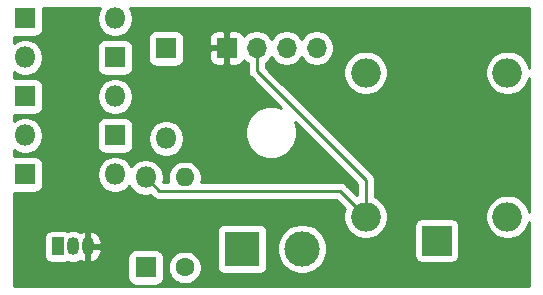
<source format=gbr>
%TF.GenerationSoftware,KiCad,Pcbnew,(5.1.6)-1*%
%TF.CreationDate,2021-01-10T14:46:50+01:00*%
%TF.ProjectId,shutOffRelay,73687574-4f66-4665-9265-6c61792e6b69,rev?*%
%TF.SameCoordinates,Original*%
%TF.FileFunction,Copper,L1,Top*%
%TF.FilePolarity,Positive*%
%FSLAX46Y46*%
G04 Gerber Fmt 4.6, Leading zero omitted, Abs format (unit mm)*
G04 Created by KiCad (PCBNEW (5.1.6)-1) date 2021-01-10 14:46:50*
%MOMM*%
%LPD*%
G01*
G04 APERTURE LIST*
%TA.AperFunction,ComponentPad*%
%ADD10R,1.800000X1.800000*%
%TD*%
%TA.AperFunction,ComponentPad*%
%ADD11O,1.800000X1.800000*%
%TD*%
%TA.AperFunction,ComponentPad*%
%ADD12R,1.700000X1.700000*%
%TD*%
%TA.AperFunction,ComponentPad*%
%ADD13O,1.700000X1.700000*%
%TD*%
%TA.AperFunction,ComponentPad*%
%ADD14R,3.000000X3.000000*%
%TD*%
%TA.AperFunction,ComponentPad*%
%ADD15C,3.000000*%
%TD*%
%TA.AperFunction,ComponentPad*%
%ADD16R,2.500000X2.500000*%
%TD*%
%TA.AperFunction,ComponentPad*%
%ADD17O,2.500000X2.500000*%
%TD*%
%TA.AperFunction,ComponentPad*%
%ADD18O,1.050000X1.500000*%
%TD*%
%TA.AperFunction,ComponentPad*%
%ADD19R,1.050000X1.500000*%
%TD*%
%TA.AperFunction,ComponentPad*%
%ADD20C,1.600000*%
%TD*%
%TA.AperFunction,ComponentPad*%
%ADD21O,1.600000X1.600000*%
%TD*%
%TA.AperFunction,Conductor*%
%ADD22C,0.250000*%
%TD*%
%TA.AperFunction,Conductor*%
%ADD23C,0.254000*%
%TD*%
G04 APERTURE END LIST*
D10*
%TO.P,D1,1*%
%TO.N,Net-(D1-Pad1)*%
X111810800Y-122682000D03*
D11*
%TO.P,D1,2*%
%TO.N,+5V*%
X111810800Y-115062000D03*
%TD*%
D10*
%TO.P,D2,1*%
%TO.N,Net-(D2-Pad1)*%
X101600000Y-101600000D03*
D11*
%TO.P,D2,2*%
%TO.N,Net-(D2-Pad2)*%
X109220000Y-101600000D03*
%TD*%
%TO.P,D3,2*%
%TO.N,Net-(D2-Pad1)*%
X101600000Y-104902000D03*
D10*
%TO.P,D3,1*%
%TO.N,Net-(D3-Pad1)*%
X109220000Y-104902000D03*
%TD*%
%TO.P,D4,1*%
%TO.N,Net-(D4-Pad1)*%
X101600000Y-108204000D03*
D11*
%TO.P,D4,2*%
%TO.N,Net-(D3-Pad1)*%
X109220000Y-108204000D03*
%TD*%
%TO.P,D5,2*%
%TO.N,Net-(D4-Pad1)*%
X101600000Y-111506000D03*
D10*
%TO.P,D5,1*%
%TO.N,Net-(D5-Pad1)*%
X109220000Y-111506000D03*
%TD*%
%TO.P,D6,1*%
%TO.N,Net-(D6-Pad1)*%
X101600000Y-114808000D03*
D11*
%TO.P,D6,2*%
%TO.N,Net-(D5-Pad1)*%
X109220000Y-114808000D03*
%TD*%
%TO.P,D7,2*%
%TO.N,Net-(D6-Pad1)*%
X113538000Y-111760000D03*
D10*
%TO.P,D7,1*%
%TO.N,Net-(D2-Pad2)*%
X113538000Y-104140000D03*
%TD*%
D12*
%TO.P,J1,1*%
%TO.N,GND*%
X118670000Y-104100000D03*
D13*
%TO.P,J1,2*%
%TO.N,+5V*%
X121210000Y-104100000D03*
%TO.P,J1,3*%
%TO.N,Net-(J1-Pad3)*%
X123750000Y-104100000D03*
%TO.P,J1,4*%
%TO.N,Net-(J1-Pad4)*%
X126290000Y-104100000D03*
%TD*%
D14*
%TO.P,J2,1*%
%TO.N,Net-(D2-Pad2)*%
X119970000Y-121100000D03*
D15*
%TO.P,J2,2*%
%TO.N,Net-(D6-Pad1)*%
X125050000Y-121100000D03*
%TD*%
D16*
%TO.P,K1,1*%
%TO.N,Net-(D6-Pad1)*%
X136450000Y-120400000D03*
D17*
%TO.P,K1,2*%
%TO.N,Net-(D1-Pad1)*%
X142450000Y-118400000D03*
%TO.P,K1,3*%
%TO.N,Net-(K1-Pad3)*%
X142450000Y-106200000D03*
%TO.P,K1,4*%
%TO.N,Net-(D2-Pad2)*%
X130450000Y-106200000D03*
%TO.P,K1,5*%
%TO.N,+5V*%
X130450000Y-118400000D03*
%TD*%
D18*
%TO.P,Q1,2*%
%TO.N,Net-(Q1-Pad2)*%
X105664000Y-120904000D03*
%TO.P,Q1,3*%
%TO.N,GND*%
X106934000Y-120904000D03*
D19*
%TO.P,Q1,1*%
%TO.N,Net-(D1-Pad1)*%
X104394000Y-120904000D03*
%TD*%
D20*
%TO.P,R1,1*%
%TO.N,Net-(Q1-Pad2)*%
X115112800Y-122682000D03*
D21*
%TO.P,R1,2*%
%TO.N,Net-(J1-Pad4)*%
X115112800Y-115062000D03*
%TD*%
D22*
%TO.N,+5V*%
X128237001Y-116187001D02*
X130450000Y-118400000D01*
X112935801Y-116187001D02*
X128237001Y-116187001D01*
X111810800Y-115062000D02*
X112935801Y-116187001D01*
X130450000Y-118400000D02*
X130450000Y-115260800D01*
X121210000Y-106020800D02*
X121210000Y-104100000D01*
X130450000Y-115260800D02*
X121210000Y-106020800D01*
%TD*%
D23*
%TO.N,GND*%
G36*
X107859701Y-100872905D02*
G01*
X107743989Y-101152257D01*
X107685000Y-101448816D01*
X107685000Y-101751184D01*
X107743989Y-102047743D01*
X107859701Y-102327095D01*
X108027688Y-102578505D01*
X108241495Y-102792312D01*
X108492905Y-102960299D01*
X108772257Y-103076011D01*
X109068816Y-103135000D01*
X109371184Y-103135000D01*
X109667743Y-103076011D01*
X109947095Y-102960299D01*
X110198505Y-102792312D01*
X110412312Y-102578505D01*
X110580299Y-102327095D01*
X110696011Y-102047743D01*
X110755000Y-101751184D01*
X110755000Y-101448816D01*
X110696011Y-101152257D01*
X110580299Y-100872905D01*
X110471449Y-100710000D01*
X144290000Y-100710000D01*
X144290000Y-105788113D01*
X144262561Y-105650166D01*
X144120466Y-105307118D01*
X143914175Y-104998382D01*
X143651618Y-104735825D01*
X143342882Y-104529534D01*
X142999834Y-104387439D01*
X142635656Y-104315000D01*
X142264344Y-104315000D01*
X141900166Y-104387439D01*
X141557118Y-104529534D01*
X141248382Y-104735825D01*
X140985825Y-104998382D01*
X140779534Y-105307118D01*
X140637439Y-105650166D01*
X140565000Y-106014344D01*
X140565000Y-106385656D01*
X140637439Y-106749834D01*
X140779534Y-107092882D01*
X140985825Y-107401618D01*
X141248382Y-107664175D01*
X141557118Y-107870466D01*
X141900166Y-108012561D01*
X142264344Y-108085000D01*
X142635656Y-108085000D01*
X142999834Y-108012561D01*
X143342882Y-107870466D01*
X143651618Y-107664175D01*
X143914175Y-107401618D01*
X144120466Y-107092882D01*
X144262561Y-106749834D01*
X144290000Y-106611887D01*
X144290001Y-117988116D01*
X144262561Y-117850166D01*
X144120466Y-117507118D01*
X143914175Y-117198382D01*
X143651618Y-116935825D01*
X143342882Y-116729534D01*
X142999834Y-116587439D01*
X142635656Y-116515000D01*
X142264344Y-116515000D01*
X141900166Y-116587439D01*
X141557118Y-116729534D01*
X141248382Y-116935825D01*
X140985825Y-117198382D01*
X140779534Y-117507118D01*
X140637439Y-117850166D01*
X140565000Y-118214344D01*
X140565000Y-118585656D01*
X140637439Y-118949834D01*
X140779534Y-119292882D01*
X140985825Y-119601618D01*
X141248382Y-119864175D01*
X141557118Y-120070466D01*
X141900166Y-120212561D01*
X142264344Y-120285000D01*
X142635656Y-120285000D01*
X142999834Y-120212561D01*
X143342882Y-120070466D01*
X143651618Y-119864175D01*
X143914175Y-119601618D01*
X144120466Y-119292882D01*
X144262561Y-118949834D01*
X144290001Y-118811884D01*
X144290001Y-124290000D01*
X100710000Y-124290000D01*
X100710000Y-120154000D01*
X103230928Y-120154000D01*
X103230928Y-121654000D01*
X103243188Y-121778482D01*
X103279498Y-121898180D01*
X103338463Y-122008494D01*
X103417815Y-122105185D01*
X103514506Y-122184537D01*
X103624820Y-122243502D01*
X103744518Y-122279812D01*
X103869000Y-122292072D01*
X104919000Y-122292072D01*
X105043482Y-122279812D01*
X105163180Y-122243502D01*
X105227902Y-122208907D01*
X105436601Y-122272215D01*
X105664000Y-122294612D01*
X105891400Y-122272215D01*
X106110060Y-122205885D01*
X106298669Y-122105071D01*
X106357118Y-122146275D01*
X106566663Y-122239272D01*
X106628190Y-122247964D01*
X106807000Y-122122163D01*
X106807000Y-121357108D01*
X106807215Y-121356399D01*
X106824000Y-121185978D01*
X106824000Y-121031000D01*
X107061000Y-121031000D01*
X107061000Y-122122163D01*
X107239810Y-122247964D01*
X107301337Y-122239272D01*
X107510882Y-122146275D01*
X107698258Y-122014184D01*
X107856264Y-121848076D01*
X107898064Y-121782000D01*
X110272728Y-121782000D01*
X110272728Y-123582000D01*
X110284988Y-123706482D01*
X110321298Y-123826180D01*
X110380263Y-123936494D01*
X110459615Y-124033185D01*
X110556306Y-124112537D01*
X110666620Y-124171502D01*
X110786318Y-124207812D01*
X110910800Y-124220072D01*
X112710800Y-124220072D01*
X112835282Y-124207812D01*
X112954980Y-124171502D01*
X113065294Y-124112537D01*
X113161985Y-124033185D01*
X113241337Y-123936494D01*
X113300302Y-123826180D01*
X113336612Y-123706482D01*
X113348872Y-123582000D01*
X113348872Y-122540665D01*
X113677800Y-122540665D01*
X113677800Y-122823335D01*
X113732947Y-123100574D01*
X113841120Y-123361727D01*
X113998163Y-123596759D01*
X114198041Y-123796637D01*
X114433073Y-123953680D01*
X114694226Y-124061853D01*
X114971465Y-124117000D01*
X115254135Y-124117000D01*
X115531374Y-124061853D01*
X115792527Y-123953680D01*
X116027559Y-123796637D01*
X116227437Y-123596759D01*
X116384480Y-123361727D01*
X116492653Y-123100574D01*
X116547800Y-122823335D01*
X116547800Y-122540665D01*
X116492653Y-122263426D01*
X116384480Y-122002273D01*
X116227437Y-121767241D01*
X116027559Y-121567363D01*
X115792527Y-121410320D01*
X115531374Y-121302147D01*
X115254135Y-121247000D01*
X114971465Y-121247000D01*
X114694226Y-121302147D01*
X114433073Y-121410320D01*
X114198041Y-121567363D01*
X113998163Y-121767241D01*
X113841120Y-122002273D01*
X113732947Y-122263426D01*
X113677800Y-122540665D01*
X113348872Y-122540665D01*
X113348872Y-121782000D01*
X113336612Y-121657518D01*
X113300302Y-121537820D01*
X113241337Y-121427506D01*
X113161985Y-121330815D01*
X113065294Y-121251463D01*
X112954980Y-121192498D01*
X112835282Y-121156188D01*
X112710800Y-121143928D01*
X110910800Y-121143928D01*
X110786318Y-121156188D01*
X110666620Y-121192498D01*
X110556306Y-121251463D01*
X110459615Y-121330815D01*
X110380263Y-121427506D01*
X110321298Y-121537820D01*
X110284988Y-121657518D01*
X110272728Y-121782000D01*
X107898064Y-121782000D01*
X107978828Y-121654334D01*
X108061239Y-121440404D01*
X108100331Y-121214507D01*
X107940598Y-121031000D01*
X107061000Y-121031000D01*
X106824000Y-121031000D01*
X106824000Y-120622021D01*
X106807215Y-120451600D01*
X106807000Y-120450891D01*
X106807000Y-119685837D01*
X107061000Y-119685837D01*
X107061000Y-120777000D01*
X107940598Y-120777000D01*
X108100331Y-120593493D01*
X108061239Y-120367596D01*
X107978828Y-120153666D01*
X107856264Y-119959924D01*
X107698258Y-119793816D01*
X107510882Y-119661725D01*
X107371801Y-119600000D01*
X117831928Y-119600000D01*
X117831928Y-122600000D01*
X117844188Y-122724482D01*
X117880498Y-122844180D01*
X117939463Y-122954494D01*
X118018815Y-123051185D01*
X118115506Y-123130537D01*
X118225820Y-123189502D01*
X118345518Y-123225812D01*
X118470000Y-123238072D01*
X121470000Y-123238072D01*
X121594482Y-123225812D01*
X121714180Y-123189502D01*
X121824494Y-123130537D01*
X121921185Y-123051185D01*
X122000537Y-122954494D01*
X122059502Y-122844180D01*
X122095812Y-122724482D01*
X122108072Y-122600000D01*
X122108072Y-120889721D01*
X122915000Y-120889721D01*
X122915000Y-121310279D01*
X122997047Y-121722756D01*
X123157988Y-122111302D01*
X123391637Y-122460983D01*
X123689017Y-122758363D01*
X124038698Y-122992012D01*
X124427244Y-123152953D01*
X124839721Y-123235000D01*
X125260279Y-123235000D01*
X125672756Y-123152953D01*
X126061302Y-122992012D01*
X126410983Y-122758363D01*
X126708363Y-122460983D01*
X126942012Y-122111302D01*
X127102953Y-121722756D01*
X127185000Y-121310279D01*
X127185000Y-120889721D01*
X127102953Y-120477244D01*
X126942012Y-120088698D01*
X126708363Y-119739017D01*
X126410983Y-119441637D01*
X126061302Y-119207988D01*
X125672756Y-119047047D01*
X125260279Y-118965000D01*
X124839721Y-118965000D01*
X124427244Y-119047047D01*
X124038698Y-119207988D01*
X123689017Y-119441637D01*
X123391637Y-119739017D01*
X123157988Y-120088698D01*
X122997047Y-120477244D01*
X122915000Y-120889721D01*
X122108072Y-120889721D01*
X122108072Y-119600000D01*
X122095812Y-119475518D01*
X122059502Y-119355820D01*
X122000537Y-119245506D01*
X121921185Y-119148815D01*
X121824494Y-119069463D01*
X121714180Y-119010498D01*
X121594482Y-118974188D01*
X121470000Y-118961928D01*
X118470000Y-118961928D01*
X118345518Y-118974188D01*
X118225820Y-119010498D01*
X118115506Y-119069463D01*
X118018815Y-119148815D01*
X117939463Y-119245506D01*
X117880498Y-119355820D01*
X117844188Y-119475518D01*
X117831928Y-119600000D01*
X107371801Y-119600000D01*
X107301337Y-119568728D01*
X107239810Y-119560036D01*
X107061000Y-119685837D01*
X106807000Y-119685837D01*
X106628190Y-119560036D01*
X106566663Y-119568728D01*
X106357118Y-119661725D01*
X106298669Y-119702929D01*
X106110059Y-119602115D01*
X105891399Y-119535785D01*
X105664000Y-119513388D01*
X105436600Y-119535785D01*
X105227902Y-119599093D01*
X105163180Y-119564498D01*
X105043482Y-119528188D01*
X104919000Y-119515928D01*
X103869000Y-119515928D01*
X103744518Y-119528188D01*
X103624820Y-119564498D01*
X103514506Y-119623463D01*
X103417815Y-119702815D01*
X103338463Y-119799506D01*
X103279498Y-119909820D01*
X103243188Y-120029518D01*
X103230928Y-120154000D01*
X100710000Y-120154000D01*
X100710000Y-116346072D01*
X102500000Y-116346072D01*
X102624482Y-116333812D01*
X102744180Y-116297502D01*
X102854494Y-116238537D01*
X102951185Y-116159185D01*
X103030537Y-116062494D01*
X103089502Y-115952180D01*
X103125812Y-115832482D01*
X103138072Y-115708000D01*
X103138072Y-114656816D01*
X107685000Y-114656816D01*
X107685000Y-114959184D01*
X107743989Y-115255743D01*
X107859701Y-115535095D01*
X108027688Y-115786505D01*
X108241495Y-116000312D01*
X108492905Y-116168299D01*
X108772257Y-116284011D01*
X109068816Y-116343000D01*
X109371184Y-116343000D01*
X109667743Y-116284011D01*
X109947095Y-116168299D01*
X110198505Y-116000312D01*
X110412312Y-115786505D01*
X110435224Y-115752214D01*
X110450501Y-115789095D01*
X110618488Y-116040505D01*
X110832295Y-116254312D01*
X111083705Y-116422299D01*
X111363057Y-116538011D01*
X111659616Y-116597000D01*
X111961984Y-116597000D01*
X112219730Y-116545731D01*
X112372001Y-116698003D01*
X112395800Y-116727002D01*
X112511525Y-116821975D01*
X112643554Y-116892547D01*
X112786815Y-116936004D01*
X112898468Y-116947001D01*
X112898476Y-116947001D01*
X112935801Y-116950677D01*
X112973126Y-116947001D01*
X127922200Y-116947001D01*
X128692481Y-117717283D01*
X128637439Y-117850166D01*
X128565000Y-118214344D01*
X128565000Y-118585656D01*
X128637439Y-118949834D01*
X128779534Y-119292882D01*
X128985825Y-119601618D01*
X129248382Y-119864175D01*
X129557118Y-120070466D01*
X129900166Y-120212561D01*
X130264344Y-120285000D01*
X130635656Y-120285000D01*
X130999834Y-120212561D01*
X131342882Y-120070466D01*
X131651618Y-119864175D01*
X131914175Y-119601618D01*
X132120466Y-119292882D01*
X132179649Y-119150000D01*
X134561928Y-119150000D01*
X134561928Y-121650000D01*
X134574188Y-121774482D01*
X134610498Y-121894180D01*
X134669463Y-122004494D01*
X134748815Y-122101185D01*
X134845506Y-122180537D01*
X134955820Y-122239502D01*
X135075518Y-122275812D01*
X135200000Y-122288072D01*
X137700000Y-122288072D01*
X137824482Y-122275812D01*
X137944180Y-122239502D01*
X138054494Y-122180537D01*
X138151185Y-122101185D01*
X138230537Y-122004494D01*
X138289502Y-121894180D01*
X138325812Y-121774482D01*
X138338072Y-121650000D01*
X138338072Y-119150000D01*
X138325812Y-119025518D01*
X138289502Y-118905820D01*
X138230537Y-118795506D01*
X138151185Y-118698815D01*
X138054494Y-118619463D01*
X137944180Y-118560498D01*
X137824482Y-118524188D01*
X137700000Y-118511928D01*
X135200000Y-118511928D01*
X135075518Y-118524188D01*
X134955820Y-118560498D01*
X134845506Y-118619463D01*
X134748815Y-118698815D01*
X134669463Y-118795506D01*
X134610498Y-118905820D01*
X134574188Y-119025518D01*
X134561928Y-119150000D01*
X132179649Y-119150000D01*
X132262561Y-118949834D01*
X132335000Y-118585656D01*
X132335000Y-118214344D01*
X132262561Y-117850166D01*
X132120466Y-117507118D01*
X131914175Y-117198382D01*
X131651618Y-116935825D01*
X131342882Y-116729534D01*
X131210000Y-116674493D01*
X131210000Y-115298122D01*
X131213676Y-115260799D01*
X131210000Y-115223476D01*
X131210000Y-115223467D01*
X131199003Y-115111814D01*
X131155546Y-114968553D01*
X131084974Y-114836524D01*
X130990001Y-114720799D01*
X130961003Y-114697001D01*
X122278346Y-106014344D01*
X128565000Y-106014344D01*
X128565000Y-106385656D01*
X128637439Y-106749834D01*
X128779534Y-107092882D01*
X128985825Y-107401618D01*
X129248382Y-107664175D01*
X129557118Y-107870466D01*
X129900166Y-108012561D01*
X130264344Y-108085000D01*
X130635656Y-108085000D01*
X130999834Y-108012561D01*
X131342882Y-107870466D01*
X131651618Y-107664175D01*
X131914175Y-107401618D01*
X132120466Y-107092882D01*
X132262561Y-106749834D01*
X132335000Y-106385656D01*
X132335000Y-106014344D01*
X132262561Y-105650166D01*
X132120466Y-105307118D01*
X131914175Y-104998382D01*
X131651618Y-104735825D01*
X131342882Y-104529534D01*
X130999834Y-104387439D01*
X130635656Y-104315000D01*
X130264344Y-104315000D01*
X129900166Y-104387439D01*
X129557118Y-104529534D01*
X129248382Y-104735825D01*
X128985825Y-104998382D01*
X128779534Y-105307118D01*
X128637439Y-105650166D01*
X128565000Y-106014344D01*
X122278346Y-106014344D01*
X121970000Y-105705999D01*
X121970000Y-105378178D01*
X122156632Y-105253475D01*
X122363475Y-105046632D01*
X122480000Y-104872240D01*
X122596525Y-105046632D01*
X122803368Y-105253475D01*
X123046589Y-105415990D01*
X123316842Y-105527932D01*
X123603740Y-105585000D01*
X123896260Y-105585000D01*
X124183158Y-105527932D01*
X124453411Y-105415990D01*
X124696632Y-105253475D01*
X124903475Y-105046632D01*
X125020000Y-104872240D01*
X125136525Y-105046632D01*
X125343368Y-105253475D01*
X125586589Y-105415990D01*
X125856842Y-105527932D01*
X126143740Y-105585000D01*
X126436260Y-105585000D01*
X126723158Y-105527932D01*
X126993411Y-105415990D01*
X127236632Y-105253475D01*
X127443475Y-105046632D01*
X127605990Y-104803411D01*
X127717932Y-104533158D01*
X127775000Y-104246260D01*
X127775000Y-103953740D01*
X127717932Y-103666842D01*
X127605990Y-103396589D01*
X127443475Y-103153368D01*
X127236632Y-102946525D01*
X126993411Y-102784010D01*
X126723158Y-102672068D01*
X126436260Y-102615000D01*
X126143740Y-102615000D01*
X125856842Y-102672068D01*
X125586589Y-102784010D01*
X125343368Y-102946525D01*
X125136525Y-103153368D01*
X125020000Y-103327760D01*
X124903475Y-103153368D01*
X124696632Y-102946525D01*
X124453411Y-102784010D01*
X124183158Y-102672068D01*
X123896260Y-102615000D01*
X123603740Y-102615000D01*
X123316842Y-102672068D01*
X123046589Y-102784010D01*
X122803368Y-102946525D01*
X122596525Y-103153368D01*
X122480000Y-103327760D01*
X122363475Y-103153368D01*
X122156632Y-102946525D01*
X121913411Y-102784010D01*
X121643158Y-102672068D01*
X121356260Y-102615000D01*
X121063740Y-102615000D01*
X120776842Y-102672068D01*
X120506589Y-102784010D01*
X120263368Y-102946525D01*
X120131513Y-103078380D01*
X120109502Y-103005820D01*
X120050537Y-102895506D01*
X119971185Y-102798815D01*
X119874494Y-102719463D01*
X119764180Y-102660498D01*
X119644482Y-102624188D01*
X119520000Y-102611928D01*
X118955750Y-102615000D01*
X118797000Y-102773750D01*
X118797000Y-103973000D01*
X118817000Y-103973000D01*
X118817000Y-104227000D01*
X118797000Y-104227000D01*
X118797000Y-105426250D01*
X118955750Y-105585000D01*
X119520000Y-105588072D01*
X119644482Y-105575812D01*
X119764180Y-105539502D01*
X119874494Y-105480537D01*
X119971185Y-105401185D01*
X120050537Y-105304494D01*
X120109502Y-105194180D01*
X120131513Y-105121620D01*
X120263368Y-105253475D01*
X120450000Y-105378179D01*
X120450000Y-105983477D01*
X120446324Y-106020800D01*
X120450000Y-106058122D01*
X120450000Y-106058132D01*
X120460997Y-106169785D01*
X120504454Y-106313046D01*
X120575026Y-106445076D01*
X120614871Y-106493626D01*
X120669999Y-106560801D01*
X120699003Y-106584604D01*
X123314420Y-109200021D01*
X123079925Y-109102890D01*
X122648128Y-109017000D01*
X122207872Y-109017000D01*
X121776075Y-109102890D01*
X121369331Y-109271369D01*
X121003271Y-109515962D01*
X120691962Y-109827271D01*
X120447369Y-110193331D01*
X120278890Y-110600075D01*
X120193000Y-111031872D01*
X120193000Y-111472128D01*
X120278890Y-111903925D01*
X120447369Y-112310669D01*
X120691962Y-112676729D01*
X121003271Y-112988038D01*
X121369331Y-113232631D01*
X121776075Y-113401110D01*
X122207872Y-113487000D01*
X122648128Y-113487000D01*
X123079925Y-113401110D01*
X123486669Y-113232631D01*
X123852729Y-112988038D01*
X124164038Y-112676729D01*
X124408631Y-112310669D01*
X124577110Y-111903925D01*
X124663000Y-111472128D01*
X124663000Y-111031872D01*
X124577110Y-110600075D01*
X124479979Y-110365581D01*
X129690001Y-115575603D01*
X129690001Y-116565199D01*
X128800805Y-115676004D01*
X128777002Y-115647000D01*
X128661277Y-115552027D01*
X128529248Y-115481455D01*
X128385987Y-115437998D01*
X128274334Y-115427001D01*
X128274323Y-115427001D01*
X128237001Y-115423325D01*
X128199679Y-115427001D01*
X116503309Y-115427001D01*
X116547800Y-115203335D01*
X116547800Y-114920665D01*
X116492653Y-114643426D01*
X116384480Y-114382273D01*
X116227437Y-114147241D01*
X116027559Y-113947363D01*
X115792527Y-113790320D01*
X115531374Y-113682147D01*
X115254135Y-113627000D01*
X114971465Y-113627000D01*
X114694226Y-113682147D01*
X114433073Y-113790320D01*
X114198041Y-113947363D01*
X113998163Y-114147241D01*
X113841120Y-114382273D01*
X113732947Y-114643426D01*
X113677800Y-114920665D01*
X113677800Y-115203335D01*
X113722291Y-115427001D01*
X113303269Y-115427001D01*
X113345800Y-115213184D01*
X113345800Y-114910816D01*
X113286811Y-114614257D01*
X113171099Y-114334905D01*
X113003112Y-114083495D01*
X112789305Y-113869688D01*
X112537895Y-113701701D01*
X112258543Y-113585989D01*
X111961984Y-113527000D01*
X111659616Y-113527000D01*
X111363057Y-113585989D01*
X111083705Y-113701701D01*
X110832295Y-113869688D01*
X110618488Y-114083495D01*
X110595576Y-114117786D01*
X110580299Y-114080905D01*
X110412312Y-113829495D01*
X110198505Y-113615688D01*
X109947095Y-113447701D01*
X109667743Y-113331989D01*
X109371184Y-113273000D01*
X109068816Y-113273000D01*
X108772257Y-113331989D01*
X108492905Y-113447701D01*
X108241495Y-113615688D01*
X108027688Y-113829495D01*
X107859701Y-114080905D01*
X107743989Y-114360257D01*
X107685000Y-114656816D01*
X103138072Y-114656816D01*
X103138072Y-113908000D01*
X103125812Y-113783518D01*
X103089502Y-113663820D01*
X103030537Y-113553506D01*
X102951185Y-113456815D01*
X102854494Y-113377463D01*
X102744180Y-113318498D01*
X102624482Y-113282188D01*
X102500000Y-113269928D01*
X100710000Y-113269928D01*
X100710000Y-112757449D01*
X100872905Y-112866299D01*
X101152257Y-112982011D01*
X101448816Y-113041000D01*
X101751184Y-113041000D01*
X102047743Y-112982011D01*
X102327095Y-112866299D01*
X102578505Y-112698312D01*
X102792312Y-112484505D01*
X102960299Y-112233095D01*
X103076011Y-111953743D01*
X103135000Y-111657184D01*
X103135000Y-111354816D01*
X103076011Y-111058257D01*
X102960299Y-110778905D01*
X102844768Y-110606000D01*
X107681928Y-110606000D01*
X107681928Y-112406000D01*
X107694188Y-112530482D01*
X107730498Y-112650180D01*
X107789463Y-112760494D01*
X107868815Y-112857185D01*
X107965506Y-112936537D01*
X108075820Y-112995502D01*
X108195518Y-113031812D01*
X108320000Y-113044072D01*
X110120000Y-113044072D01*
X110244482Y-113031812D01*
X110364180Y-112995502D01*
X110474494Y-112936537D01*
X110571185Y-112857185D01*
X110650537Y-112760494D01*
X110709502Y-112650180D01*
X110745812Y-112530482D01*
X110758072Y-112406000D01*
X110758072Y-111608816D01*
X112003000Y-111608816D01*
X112003000Y-111911184D01*
X112061989Y-112207743D01*
X112177701Y-112487095D01*
X112345688Y-112738505D01*
X112559495Y-112952312D01*
X112810905Y-113120299D01*
X113090257Y-113236011D01*
X113386816Y-113295000D01*
X113689184Y-113295000D01*
X113985743Y-113236011D01*
X114265095Y-113120299D01*
X114516505Y-112952312D01*
X114730312Y-112738505D01*
X114898299Y-112487095D01*
X115014011Y-112207743D01*
X115073000Y-111911184D01*
X115073000Y-111608816D01*
X115014011Y-111312257D01*
X114898299Y-111032905D01*
X114730312Y-110781495D01*
X114516505Y-110567688D01*
X114265095Y-110399701D01*
X113985743Y-110283989D01*
X113689184Y-110225000D01*
X113386816Y-110225000D01*
X113090257Y-110283989D01*
X112810905Y-110399701D01*
X112559495Y-110567688D01*
X112345688Y-110781495D01*
X112177701Y-111032905D01*
X112061989Y-111312257D01*
X112003000Y-111608816D01*
X110758072Y-111608816D01*
X110758072Y-110606000D01*
X110745812Y-110481518D01*
X110709502Y-110361820D01*
X110650537Y-110251506D01*
X110571185Y-110154815D01*
X110474494Y-110075463D01*
X110364180Y-110016498D01*
X110244482Y-109980188D01*
X110120000Y-109967928D01*
X108320000Y-109967928D01*
X108195518Y-109980188D01*
X108075820Y-110016498D01*
X107965506Y-110075463D01*
X107868815Y-110154815D01*
X107789463Y-110251506D01*
X107730498Y-110361820D01*
X107694188Y-110481518D01*
X107681928Y-110606000D01*
X102844768Y-110606000D01*
X102792312Y-110527495D01*
X102578505Y-110313688D01*
X102327095Y-110145701D01*
X102047743Y-110029989D01*
X101751184Y-109971000D01*
X101448816Y-109971000D01*
X101152257Y-110029989D01*
X100872905Y-110145701D01*
X100710000Y-110254551D01*
X100710000Y-109742072D01*
X102500000Y-109742072D01*
X102624482Y-109729812D01*
X102744180Y-109693502D01*
X102854494Y-109634537D01*
X102951185Y-109555185D01*
X103030537Y-109458494D01*
X103089502Y-109348180D01*
X103125812Y-109228482D01*
X103138072Y-109104000D01*
X103138072Y-108052816D01*
X107685000Y-108052816D01*
X107685000Y-108355184D01*
X107743989Y-108651743D01*
X107859701Y-108931095D01*
X108027688Y-109182505D01*
X108241495Y-109396312D01*
X108492905Y-109564299D01*
X108772257Y-109680011D01*
X109068816Y-109739000D01*
X109371184Y-109739000D01*
X109667743Y-109680011D01*
X109947095Y-109564299D01*
X110198505Y-109396312D01*
X110412312Y-109182505D01*
X110580299Y-108931095D01*
X110696011Y-108651743D01*
X110755000Y-108355184D01*
X110755000Y-108052816D01*
X110696011Y-107756257D01*
X110580299Y-107476905D01*
X110412312Y-107225495D01*
X110198505Y-107011688D01*
X109947095Y-106843701D01*
X109667743Y-106727989D01*
X109371184Y-106669000D01*
X109068816Y-106669000D01*
X108772257Y-106727989D01*
X108492905Y-106843701D01*
X108241495Y-107011688D01*
X108027688Y-107225495D01*
X107859701Y-107476905D01*
X107743989Y-107756257D01*
X107685000Y-108052816D01*
X103138072Y-108052816D01*
X103138072Y-107304000D01*
X103125812Y-107179518D01*
X103089502Y-107059820D01*
X103030537Y-106949506D01*
X102951185Y-106852815D01*
X102854494Y-106773463D01*
X102744180Y-106714498D01*
X102624482Y-106678188D01*
X102500000Y-106665928D01*
X100710000Y-106665928D01*
X100710000Y-106153449D01*
X100872905Y-106262299D01*
X101152257Y-106378011D01*
X101448816Y-106437000D01*
X101751184Y-106437000D01*
X102047743Y-106378011D01*
X102327095Y-106262299D01*
X102578505Y-106094312D01*
X102792312Y-105880505D01*
X102960299Y-105629095D01*
X103076011Y-105349743D01*
X103135000Y-105053184D01*
X103135000Y-104750816D01*
X103076011Y-104454257D01*
X102960299Y-104174905D01*
X102844768Y-104002000D01*
X107681928Y-104002000D01*
X107681928Y-105802000D01*
X107694188Y-105926482D01*
X107730498Y-106046180D01*
X107789463Y-106156494D01*
X107868815Y-106253185D01*
X107965506Y-106332537D01*
X108075820Y-106391502D01*
X108195518Y-106427812D01*
X108320000Y-106440072D01*
X110120000Y-106440072D01*
X110244482Y-106427812D01*
X110364180Y-106391502D01*
X110474494Y-106332537D01*
X110571185Y-106253185D01*
X110650537Y-106156494D01*
X110709502Y-106046180D01*
X110745812Y-105926482D01*
X110758072Y-105802000D01*
X110758072Y-104002000D01*
X110745812Y-103877518D01*
X110709502Y-103757820D01*
X110650537Y-103647506D01*
X110571185Y-103550815D01*
X110474494Y-103471463D01*
X110364180Y-103412498D01*
X110244482Y-103376188D01*
X110120000Y-103363928D01*
X108320000Y-103363928D01*
X108195518Y-103376188D01*
X108075820Y-103412498D01*
X107965506Y-103471463D01*
X107868815Y-103550815D01*
X107789463Y-103647506D01*
X107730498Y-103757820D01*
X107694188Y-103877518D01*
X107681928Y-104002000D01*
X102844768Y-104002000D01*
X102792312Y-103923495D01*
X102578505Y-103709688D01*
X102327095Y-103541701D01*
X102047743Y-103425989D01*
X101751184Y-103367000D01*
X101448816Y-103367000D01*
X101152257Y-103425989D01*
X100872905Y-103541701D01*
X100710000Y-103650551D01*
X100710000Y-103240000D01*
X111999928Y-103240000D01*
X111999928Y-105040000D01*
X112012188Y-105164482D01*
X112048498Y-105284180D01*
X112107463Y-105394494D01*
X112186815Y-105491185D01*
X112283506Y-105570537D01*
X112393820Y-105629502D01*
X112513518Y-105665812D01*
X112638000Y-105678072D01*
X114438000Y-105678072D01*
X114562482Y-105665812D01*
X114682180Y-105629502D01*
X114792494Y-105570537D01*
X114889185Y-105491185D01*
X114968537Y-105394494D01*
X115027502Y-105284180D01*
X115063812Y-105164482D01*
X115076072Y-105040000D01*
X115076072Y-104950000D01*
X117181928Y-104950000D01*
X117194188Y-105074482D01*
X117230498Y-105194180D01*
X117289463Y-105304494D01*
X117368815Y-105401185D01*
X117465506Y-105480537D01*
X117575820Y-105539502D01*
X117695518Y-105575812D01*
X117820000Y-105588072D01*
X118384250Y-105585000D01*
X118543000Y-105426250D01*
X118543000Y-104227000D01*
X117343750Y-104227000D01*
X117185000Y-104385750D01*
X117181928Y-104950000D01*
X115076072Y-104950000D01*
X115076072Y-103250000D01*
X117181928Y-103250000D01*
X117185000Y-103814250D01*
X117343750Y-103973000D01*
X118543000Y-103973000D01*
X118543000Y-102773750D01*
X118384250Y-102615000D01*
X117820000Y-102611928D01*
X117695518Y-102624188D01*
X117575820Y-102660498D01*
X117465506Y-102719463D01*
X117368815Y-102798815D01*
X117289463Y-102895506D01*
X117230498Y-103005820D01*
X117194188Y-103125518D01*
X117181928Y-103250000D01*
X115076072Y-103250000D01*
X115076072Y-103240000D01*
X115063812Y-103115518D01*
X115027502Y-102995820D01*
X114968537Y-102885506D01*
X114889185Y-102788815D01*
X114792494Y-102709463D01*
X114682180Y-102650498D01*
X114562482Y-102614188D01*
X114438000Y-102601928D01*
X112638000Y-102601928D01*
X112513518Y-102614188D01*
X112393820Y-102650498D01*
X112283506Y-102709463D01*
X112186815Y-102788815D01*
X112107463Y-102885506D01*
X112048498Y-102995820D01*
X112012188Y-103115518D01*
X111999928Y-103240000D01*
X100710000Y-103240000D01*
X100710000Y-103138072D01*
X102500000Y-103138072D01*
X102624482Y-103125812D01*
X102744180Y-103089502D01*
X102854494Y-103030537D01*
X102951185Y-102951185D01*
X103030537Y-102854494D01*
X103089502Y-102744180D01*
X103125812Y-102624482D01*
X103138072Y-102500000D01*
X103138072Y-100710000D01*
X107968551Y-100710000D01*
X107859701Y-100872905D01*
G37*
X107859701Y-100872905D02*
X107743989Y-101152257D01*
X107685000Y-101448816D01*
X107685000Y-101751184D01*
X107743989Y-102047743D01*
X107859701Y-102327095D01*
X108027688Y-102578505D01*
X108241495Y-102792312D01*
X108492905Y-102960299D01*
X108772257Y-103076011D01*
X109068816Y-103135000D01*
X109371184Y-103135000D01*
X109667743Y-103076011D01*
X109947095Y-102960299D01*
X110198505Y-102792312D01*
X110412312Y-102578505D01*
X110580299Y-102327095D01*
X110696011Y-102047743D01*
X110755000Y-101751184D01*
X110755000Y-101448816D01*
X110696011Y-101152257D01*
X110580299Y-100872905D01*
X110471449Y-100710000D01*
X144290000Y-100710000D01*
X144290000Y-105788113D01*
X144262561Y-105650166D01*
X144120466Y-105307118D01*
X143914175Y-104998382D01*
X143651618Y-104735825D01*
X143342882Y-104529534D01*
X142999834Y-104387439D01*
X142635656Y-104315000D01*
X142264344Y-104315000D01*
X141900166Y-104387439D01*
X141557118Y-104529534D01*
X141248382Y-104735825D01*
X140985825Y-104998382D01*
X140779534Y-105307118D01*
X140637439Y-105650166D01*
X140565000Y-106014344D01*
X140565000Y-106385656D01*
X140637439Y-106749834D01*
X140779534Y-107092882D01*
X140985825Y-107401618D01*
X141248382Y-107664175D01*
X141557118Y-107870466D01*
X141900166Y-108012561D01*
X142264344Y-108085000D01*
X142635656Y-108085000D01*
X142999834Y-108012561D01*
X143342882Y-107870466D01*
X143651618Y-107664175D01*
X143914175Y-107401618D01*
X144120466Y-107092882D01*
X144262561Y-106749834D01*
X144290000Y-106611887D01*
X144290001Y-117988116D01*
X144262561Y-117850166D01*
X144120466Y-117507118D01*
X143914175Y-117198382D01*
X143651618Y-116935825D01*
X143342882Y-116729534D01*
X142999834Y-116587439D01*
X142635656Y-116515000D01*
X142264344Y-116515000D01*
X141900166Y-116587439D01*
X141557118Y-116729534D01*
X141248382Y-116935825D01*
X140985825Y-117198382D01*
X140779534Y-117507118D01*
X140637439Y-117850166D01*
X140565000Y-118214344D01*
X140565000Y-118585656D01*
X140637439Y-118949834D01*
X140779534Y-119292882D01*
X140985825Y-119601618D01*
X141248382Y-119864175D01*
X141557118Y-120070466D01*
X141900166Y-120212561D01*
X142264344Y-120285000D01*
X142635656Y-120285000D01*
X142999834Y-120212561D01*
X143342882Y-120070466D01*
X143651618Y-119864175D01*
X143914175Y-119601618D01*
X144120466Y-119292882D01*
X144262561Y-118949834D01*
X144290001Y-118811884D01*
X144290001Y-124290000D01*
X100710000Y-124290000D01*
X100710000Y-120154000D01*
X103230928Y-120154000D01*
X103230928Y-121654000D01*
X103243188Y-121778482D01*
X103279498Y-121898180D01*
X103338463Y-122008494D01*
X103417815Y-122105185D01*
X103514506Y-122184537D01*
X103624820Y-122243502D01*
X103744518Y-122279812D01*
X103869000Y-122292072D01*
X104919000Y-122292072D01*
X105043482Y-122279812D01*
X105163180Y-122243502D01*
X105227902Y-122208907D01*
X105436601Y-122272215D01*
X105664000Y-122294612D01*
X105891400Y-122272215D01*
X106110060Y-122205885D01*
X106298669Y-122105071D01*
X106357118Y-122146275D01*
X106566663Y-122239272D01*
X106628190Y-122247964D01*
X106807000Y-122122163D01*
X106807000Y-121357108D01*
X106807215Y-121356399D01*
X106824000Y-121185978D01*
X106824000Y-121031000D01*
X107061000Y-121031000D01*
X107061000Y-122122163D01*
X107239810Y-122247964D01*
X107301337Y-122239272D01*
X107510882Y-122146275D01*
X107698258Y-122014184D01*
X107856264Y-121848076D01*
X107898064Y-121782000D01*
X110272728Y-121782000D01*
X110272728Y-123582000D01*
X110284988Y-123706482D01*
X110321298Y-123826180D01*
X110380263Y-123936494D01*
X110459615Y-124033185D01*
X110556306Y-124112537D01*
X110666620Y-124171502D01*
X110786318Y-124207812D01*
X110910800Y-124220072D01*
X112710800Y-124220072D01*
X112835282Y-124207812D01*
X112954980Y-124171502D01*
X113065294Y-124112537D01*
X113161985Y-124033185D01*
X113241337Y-123936494D01*
X113300302Y-123826180D01*
X113336612Y-123706482D01*
X113348872Y-123582000D01*
X113348872Y-122540665D01*
X113677800Y-122540665D01*
X113677800Y-122823335D01*
X113732947Y-123100574D01*
X113841120Y-123361727D01*
X113998163Y-123596759D01*
X114198041Y-123796637D01*
X114433073Y-123953680D01*
X114694226Y-124061853D01*
X114971465Y-124117000D01*
X115254135Y-124117000D01*
X115531374Y-124061853D01*
X115792527Y-123953680D01*
X116027559Y-123796637D01*
X116227437Y-123596759D01*
X116384480Y-123361727D01*
X116492653Y-123100574D01*
X116547800Y-122823335D01*
X116547800Y-122540665D01*
X116492653Y-122263426D01*
X116384480Y-122002273D01*
X116227437Y-121767241D01*
X116027559Y-121567363D01*
X115792527Y-121410320D01*
X115531374Y-121302147D01*
X115254135Y-121247000D01*
X114971465Y-121247000D01*
X114694226Y-121302147D01*
X114433073Y-121410320D01*
X114198041Y-121567363D01*
X113998163Y-121767241D01*
X113841120Y-122002273D01*
X113732947Y-122263426D01*
X113677800Y-122540665D01*
X113348872Y-122540665D01*
X113348872Y-121782000D01*
X113336612Y-121657518D01*
X113300302Y-121537820D01*
X113241337Y-121427506D01*
X113161985Y-121330815D01*
X113065294Y-121251463D01*
X112954980Y-121192498D01*
X112835282Y-121156188D01*
X112710800Y-121143928D01*
X110910800Y-121143928D01*
X110786318Y-121156188D01*
X110666620Y-121192498D01*
X110556306Y-121251463D01*
X110459615Y-121330815D01*
X110380263Y-121427506D01*
X110321298Y-121537820D01*
X110284988Y-121657518D01*
X110272728Y-121782000D01*
X107898064Y-121782000D01*
X107978828Y-121654334D01*
X108061239Y-121440404D01*
X108100331Y-121214507D01*
X107940598Y-121031000D01*
X107061000Y-121031000D01*
X106824000Y-121031000D01*
X106824000Y-120622021D01*
X106807215Y-120451600D01*
X106807000Y-120450891D01*
X106807000Y-119685837D01*
X107061000Y-119685837D01*
X107061000Y-120777000D01*
X107940598Y-120777000D01*
X108100331Y-120593493D01*
X108061239Y-120367596D01*
X107978828Y-120153666D01*
X107856264Y-119959924D01*
X107698258Y-119793816D01*
X107510882Y-119661725D01*
X107371801Y-119600000D01*
X117831928Y-119600000D01*
X117831928Y-122600000D01*
X117844188Y-122724482D01*
X117880498Y-122844180D01*
X117939463Y-122954494D01*
X118018815Y-123051185D01*
X118115506Y-123130537D01*
X118225820Y-123189502D01*
X118345518Y-123225812D01*
X118470000Y-123238072D01*
X121470000Y-123238072D01*
X121594482Y-123225812D01*
X121714180Y-123189502D01*
X121824494Y-123130537D01*
X121921185Y-123051185D01*
X122000537Y-122954494D01*
X122059502Y-122844180D01*
X122095812Y-122724482D01*
X122108072Y-122600000D01*
X122108072Y-120889721D01*
X122915000Y-120889721D01*
X122915000Y-121310279D01*
X122997047Y-121722756D01*
X123157988Y-122111302D01*
X123391637Y-122460983D01*
X123689017Y-122758363D01*
X124038698Y-122992012D01*
X124427244Y-123152953D01*
X124839721Y-123235000D01*
X125260279Y-123235000D01*
X125672756Y-123152953D01*
X126061302Y-122992012D01*
X126410983Y-122758363D01*
X126708363Y-122460983D01*
X126942012Y-122111302D01*
X127102953Y-121722756D01*
X127185000Y-121310279D01*
X127185000Y-120889721D01*
X127102953Y-120477244D01*
X126942012Y-120088698D01*
X126708363Y-119739017D01*
X126410983Y-119441637D01*
X126061302Y-119207988D01*
X125672756Y-119047047D01*
X125260279Y-118965000D01*
X124839721Y-118965000D01*
X124427244Y-119047047D01*
X124038698Y-119207988D01*
X123689017Y-119441637D01*
X123391637Y-119739017D01*
X123157988Y-120088698D01*
X122997047Y-120477244D01*
X122915000Y-120889721D01*
X122108072Y-120889721D01*
X122108072Y-119600000D01*
X122095812Y-119475518D01*
X122059502Y-119355820D01*
X122000537Y-119245506D01*
X121921185Y-119148815D01*
X121824494Y-119069463D01*
X121714180Y-119010498D01*
X121594482Y-118974188D01*
X121470000Y-118961928D01*
X118470000Y-118961928D01*
X118345518Y-118974188D01*
X118225820Y-119010498D01*
X118115506Y-119069463D01*
X118018815Y-119148815D01*
X117939463Y-119245506D01*
X117880498Y-119355820D01*
X117844188Y-119475518D01*
X117831928Y-119600000D01*
X107371801Y-119600000D01*
X107301337Y-119568728D01*
X107239810Y-119560036D01*
X107061000Y-119685837D01*
X106807000Y-119685837D01*
X106628190Y-119560036D01*
X106566663Y-119568728D01*
X106357118Y-119661725D01*
X106298669Y-119702929D01*
X106110059Y-119602115D01*
X105891399Y-119535785D01*
X105664000Y-119513388D01*
X105436600Y-119535785D01*
X105227902Y-119599093D01*
X105163180Y-119564498D01*
X105043482Y-119528188D01*
X104919000Y-119515928D01*
X103869000Y-119515928D01*
X103744518Y-119528188D01*
X103624820Y-119564498D01*
X103514506Y-119623463D01*
X103417815Y-119702815D01*
X103338463Y-119799506D01*
X103279498Y-119909820D01*
X103243188Y-120029518D01*
X103230928Y-120154000D01*
X100710000Y-120154000D01*
X100710000Y-116346072D01*
X102500000Y-116346072D01*
X102624482Y-116333812D01*
X102744180Y-116297502D01*
X102854494Y-116238537D01*
X102951185Y-116159185D01*
X103030537Y-116062494D01*
X103089502Y-115952180D01*
X103125812Y-115832482D01*
X103138072Y-115708000D01*
X103138072Y-114656816D01*
X107685000Y-114656816D01*
X107685000Y-114959184D01*
X107743989Y-115255743D01*
X107859701Y-115535095D01*
X108027688Y-115786505D01*
X108241495Y-116000312D01*
X108492905Y-116168299D01*
X108772257Y-116284011D01*
X109068816Y-116343000D01*
X109371184Y-116343000D01*
X109667743Y-116284011D01*
X109947095Y-116168299D01*
X110198505Y-116000312D01*
X110412312Y-115786505D01*
X110435224Y-115752214D01*
X110450501Y-115789095D01*
X110618488Y-116040505D01*
X110832295Y-116254312D01*
X111083705Y-116422299D01*
X111363057Y-116538011D01*
X111659616Y-116597000D01*
X111961984Y-116597000D01*
X112219730Y-116545731D01*
X112372001Y-116698003D01*
X112395800Y-116727002D01*
X112511525Y-116821975D01*
X112643554Y-116892547D01*
X112786815Y-116936004D01*
X112898468Y-116947001D01*
X112898476Y-116947001D01*
X112935801Y-116950677D01*
X112973126Y-116947001D01*
X127922200Y-116947001D01*
X128692481Y-117717283D01*
X128637439Y-117850166D01*
X128565000Y-118214344D01*
X128565000Y-118585656D01*
X128637439Y-118949834D01*
X128779534Y-119292882D01*
X128985825Y-119601618D01*
X129248382Y-119864175D01*
X129557118Y-120070466D01*
X129900166Y-120212561D01*
X130264344Y-120285000D01*
X130635656Y-120285000D01*
X130999834Y-120212561D01*
X131342882Y-120070466D01*
X131651618Y-119864175D01*
X131914175Y-119601618D01*
X132120466Y-119292882D01*
X132179649Y-119150000D01*
X134561928Y-119150000D01*
X134561928Y-121650000D01*
X134574188Y-121774482D01*
X134610498Y-121894180D01*
X134669463Y-122004494D01*
X134748815Y-122101185D01*
X134845506Y-122180537D01*
X134955820Y-122239502D01*
X135075518Y-122275812D01*
X135200000Y-122288072D01*
X137700000Y-122288072D01*
X137824482Y-122275812D01*
X137944180Y-122239502D01*
X138054494Y-122180537D01*
X138151185Y-122101185D01*
X138230537Y-122004494D01*
X138289502Y-121894180D01*
X138325812Y-121774482D01*
X138338072Y-121650000D01*
X138338072Y-119150000D01*
X138325812Y-119025518D01*
X138289502Y-118905820D01*
X138230537Y-118795506D01*
X138151185Y-118698815D01*
X138054494Y-118619463D01*
X137944180Y-118560498D01*
X137824482Y-118524188D01*
X137700000Y-118511928D01*
X135200000Y-118511928D01*
X135075518Y-118524188D01*
X134955820Y-118560498D01*
X134845506Y-118619463D01*
X134748815Y-118698815D01*
X134669463Y-118795506D01*
X134610498Y-118905820D01*
X134574188Y-119025518D01*
X134561928Y-119150000D01*
X132179649Y-119150000D01*
X132262561Y-118949834D01*
X132335000Y-118585656D01*
X132335000Y-118214344D01*
X132262561Y-117850166D01*
X132120466Y-117507118D01*
X131914175Y-117198382D01*
X131651618Y-116935825D01*
X131342882Y-116729534D01*
X131210000Y-116674493D01*
X131210000Y-115298122D01*
X131213676Y-115260799D01*
X131210000Y-115223476D01*
X131210000Y-115223467D01*
X131199003Y-115111814D01*
X131155546Y-114968553D01*
X131084974Y-114836524D01*
X130990001Y-114720799D01*
X130961003Y-114697001D01*
X122278346Y-106014344D01*
X128565000Y-106014344D01*
X128565000Y-106385656D01*
X128637439Y-106749834D01*
X128779534Y-107092882D01*
X128985825Y-107401618D01*
X129248382Y-107664175D01*
X129557118Y-107870466D01*
X129900166Y-108012561D01*
X130264344Y-108085000D01*
X130635656Y-108085000D01*
X130999834Y-108012561D01*
X131342882Y-107870466D01*
X131651618Y-107664175D01*
X131914175Y-107401618D01*
X132120466Y-107092882D01*
X132262561Y-106749834D01*
X132335000Y-106385656D01*
X132335000Y-106014344D01*
X132262561Y-105650166D01*
X132120466Y-105307118D01*
X131914175Y-104998382D01*
X131651618Y-104735825D01*
X131342882Y-104529534D01*
X130999834Y-104387439D01*
X130635656Y-104315000D01*
X130264344Y-104315000D01*
X129900166Y-104387439D01*
X129557118Y-104529534D01*
X129248382Y-104735825D01*
X128985825Y-104998382D01*
X128779534Y-105307118D01*
X128637439Y-105650166D01*
X128565000Y-106014344D01*
X122278346Y-106014344D01*
X121970000Y-105705999D01*
X121970000Y-105378178D01*
X122156632Y-105253475D01*
X122363475Y-105046632D01*
X122480000Y-104872240D01*
X122596525Y-105046632D01*
X122803368Y-105253475D01*
X123046589Y-105415990D01*
X123316842Y-105527932D01*
X123603740Y-105585000D01*
X123896260Y-105585000D01*
X124183158Y-105527932D01*
X124453411Y-105415990D01*
X124696632Y-105253475D01*
X124903475Y-105046632D01*
X125020000Y-104872240D01*
X125136525Y-105046632D01*
X125343368Y-105253475D01*
X125586589Y-105415990D01*
X125856842Y-105527932D01*
X126143740Y-105585000D01*
X126436260Y-105585000D01*
X126723158Y-105527932D01*
X126993411Y-105415990D01*
X127236632Y-105253475D01*
X127443475Y-105046632D01*
X127605990Y-104803411D01*
X127717932Y-104533158D01*
X127775000Y-104246260D01*
X127775000Y-103953740D01*
X127717932Y-103666842D01*
X127605990Y-103396589D01*
X127443475Y-103153368D01*
X127236632Y-102946525D01*
X126993411Y-102784010D01*
X126723158Y-102672068D01*
X126436260Y-102615000D01*
X126143740Y-102615000D01*
X125856842Y-102672068D01*
X125586589Y-102784010D01*
X125343368Y-102946525D01*
X125136525Y-103153368D01*
X125020000Y-103327760D01*
X124903475Y-103153368D01*
X124696632Y-102946525D01*
X124453411Y-102784010D01*
X124183158Y-102672068D01*
X123896260Y-102615000D01*
X123603740Y-102615000D01*
X123316842Y-102672068D01*
X123046589Y-102784010D01*
X122803368Y-102946525D01*
X122596525Y-103153368D01*
X122480000Y-103327760D01*
X122363475Y-103153368D01*
X122156632Y-102946525D01*
X121913411Y-102784010D01*
X121643158Y-102672068D01*
X121356260Y-102615000D01*
X121063740Y-102615000D01*
X120776842Y-102672068D01*
X120506589Y-102784010D01*
X120263368Y-102946525D01*
X120131513Y-103078380D01*
X120109502Y-103005820D01*
X120050537Y-102895506D01*
X119971185Y-102798815D01*
X119874494Y-102719463D01*
X119764180Y-102660498D01*
X119644482Y-102624188D01*
X119520000Y-102611928D01*
X118955750Y-102615000D01*
X118797000Y-102773750D01*
X118797000Y-103973000D01*
X118817000Y-103973000D01*
X118817000Y-104227000D01*
X118797000Y-104227000D01*
X118797000Y-105426250D01*
X118955750Y-105585000D01*
X119520000Y-105588072D01*
X119644482Y-105575812D01*
X119764180Y-105539502D01*
X119874494Y-105480537D01*
X119971185Y-105401185D01*
X120050537Y-105304494D01*
X120109502Y-105194180D01*
X120131513Y-105121620D01*
X120263368Y-105253475D01*
X120450000Y-105378179D01*
X120450000Y-105983477D01*
X120446324Y-106020800D01*
X120450000Y-106058122D01*
X120450000Y-106058132D01*
X120460997Y-106169785D01*
X120504454Y-106313046D01*
X120575026Y-106445076D01*
X120614871Y-106493626D01*
X120669999Y-106560801D01*
X120699003Y-106584604D01*
X123314420Y-109200021D01*
X123079925Y-109102890D01*
X122648128Y-109017000D01*
X122207872Y-109017000D01*
X121776075Y-109102890D01*
X121369331Y-109271369D01*
X121003271Y-109515962D01*
X120691962Y-109827271D01*
X120447369Y-110193331D01*
X120278890Y-110600075D01*
X120193000Y-111031872D01*
X120193000Y-111472128D01*
X120278890Y-111903925D01*
X120447369Y-112310669D01*
X120691962Y-112676729D01*
X121003271Y-112988038D01*
X121369331Y-113232631D01*
X121776075Y-113401110D01*
X122207872Y-113487000D01*
X122648128Y-113487000D01*
X123079925Y-113401110D01*
X123486669Y-113232631D01*
X123852729Y-112988038D01*
X124164038Y-112676729D01*
X124408631Y-112310669D01*
X124577110Y-111903925D01*
X124663000Y-111472128D01*
X124663000Y-111031872D01*
X124577110Y-110600075D01*
X124479979Y-110365581D01*
X129690001Y-115575603D01*
X129690001Y-116565199D01*
X128800805Y-115676004D01*
X128777002Y-115647000D01*
X128661277Y-115552027D01*
X128529248Y-115481455D01*
X128385987Y-115437998D01*
X128274334Y-115427001D01*
X128274323Y-115427001D01*
X128237001Y-115423325D01*
X128199679Y-115427001D01*
X116503309Y-115427001D01*
X116547800Y-115203335D01*
X116547800Y-114920665D01*
X116492653Y-114643426D01*
X116384480Y-114382273D01*
X116227437Y-114147241D01*
X116027559Y-113947363D01*
X115792527Y-113790320D01*
X115531374Y-113682147D01*
X115254135Y-113627000D01*
X114971465Y-113627000D01*
X114694226Y-113682147D01*
X114433073Y-113790320D01*
X114198041Y-113947363D01*
X113998163Y-114147241D01*
X113841120Y-114382273D01*
X113732947Y-114643426D01*
X113677800Y-114920665D01*
X113677800Y-115203335D01*
X113722291Y-115427001D01*
X113303269Y-115427001D01*
X113345800Y-115213184D01*
X113345800Y-114910816D01*
X113286811Y-114614257D01*
X113171099Y-114334905D01*
X113003112Y-114083495D01*
X112789305Y-113869688D01*
X112537895Y-113701701D01*
X112258543Y-113585989D01*
X111961984Y-113527000D01*
X111659616Y-113527000D01*
X111363057Y-113585989D01*
X111083705Y-113701701D01*
X110832295Y-113869688D01*
X110618488Y-114083495D01*
X110595576Y-114117786D01*
X110580299Y-114080905D01*
X110412312Y-113829495D01*
X110198505Y-113615688D01*
X109947095Y-113447701D01*
X109667743Y-113331989D01*
X109371184Y-113273000D01*
X109068816Y-113273000D01*
X108772257Y-113331989D01*
X108492905Y-113447701D01*
X108241495Y-113615688D01*
X108027688Y-113829495D01*
X107859701Y-114080905D01*
X107743989Y-114360257D01*
X107685000Y-114656816D01*
X103138072Y-114656816D01*
X103138072Y-113908000D01*
X103125812Y-113783518D01*
X103089502Y-113663820D01*
X103030537Y-113553506D01*
X102951185Y-113456815D01*
X102854494Y-113377463D01*
X102744180Y-113318498D01*
X102624482Y-113282188D01*
X102500000Y-113269928D01*
X100710000Y-113269928D01*
X100710000Y-112757449D01*
X100872905Y-112866299D01*
X101152257Y-112982011D01*
X101448816Y-113041000D01*
X101751184Y-113041000D01*
X102047743Y-112982011D01*
X102327095Y-112866299D01*
X102578505Y-112698312D01*
X102792312Y-112484505D01*
X102960299Y-112233095D01*
X103076011Y-111953743D01*
X103135000Y-111657184D01*
X103135000Y-111354816D01*
X103076011Y-111058257D01*
X102960299Y-110778905D01*
X102844768Y-110606000D01*
X107681928Y-110606000D01*
X107681928Y-112406000D01*
X107694188Y-112530482D01*
X107730498Y-112650180D01*
X107789463Y-112760494D01*
X107868815Y-112857185D01*
X107965506Y-112936537D01*
X108075820Y-112995502D01*
X108195518Y-113031812D01*
X108320000Y-113044072D01*
X110120000Y-113044072D01*
X110244482Y-113031812D01*
X110364180Y-112995502D01*
X110474494Y-112936537D01*
X110571185Y-112857185D01*
X110650537Y-112760494D01*
X110709502Y-112650180D01*
X110745812Y-112530482D01*
X110758072Y-112406000D01*
X110758072Y-111608816D01*
X112003000Y-111608816D01*
X112003000Y-111911184D01*
X112061989Y-112207743D01*
X112177701Y-112487095D01*
X112345688Y-112738505D01*
X112559495Y-112952312D01*
X112810905Y-113120299D01*
X113090257Y-113236011D01*
X113386816Y-113295000D01*
X113689184Y-113295000D01*
X113985743Y-113236011D01*
X114265095Y-113120299D01*
X114516505Y-112952312D01*
X114730312Y-112738505D01*
X114898299Y-112487095D01*
X115014011Y-112207743D01*
X115073000Y-111911184D01*
X115073000Y-111608816D01*
X115014011Y-111312257D01*
X114898299Y-111032905D01*
X114730312Y-110781495D01*
X114516505Y-110567688D01*
X114265095Y-110399701D01*
X113985743Y-110283989D01*
X113689184Y-110225000D01*
X113386816Y-110225000D01*
X113090257Y-110283989D01*
X112810905Y-110399701D01*
X112559495Y-110567688D01*
X112345688Y-110781495D01*
X112177701Y-111032905D01*
X112061989Y-111312257D01*
X112003000Y-111608816D01*
X110758072Y-111608816D01*
X110758072Y-110606000D01*
X110745812Y-110481518D01*
X110709502Y-110361820D01*
X110650537Y-110251506D01*
X110571185Y-110154815D01*
X110474494Y-110075463D01*
X110364180Y-110016498D01*
X110244482Y-109980188D01*
X110120000Y-109967928D01*
X108320000Y-109967928D01*
X108195518Y-109980188D01*
X108075820Y-110016498D01*
X107965506Y-110075463D01*
X107868815Y-110154815D01*
X107789463Y-110251506D01*
X107730498Y-110361820D01*
X107694188Y-110481518D01*
X107681928Y-110606000D01*
X102844768Y-110606000D01*
X102792312Y-110527495D01*
X102578505Y-110313688D01*
X102327095Y-110145701D01*
X102047743Y-110029989D01*
X101751184Y-109971000D01*
X101448816Y-109971000D01*
X101152257Y-110029989D01*
X100872905Y-110145701D01*
X100710000Y-110254551D01*
X100710000Y-109742072D01*
X102500000Y-109742072D01*
X102624482Y-109729812D01*
X102744180Y-109693502D01*
X102854494Y-109634537D01*
X102951185Y-109555185D01*
X103030537Y-109458494D01*
X103089502Y-109348180D01*
X103125812Y-109228482D01*
X103138072Y-109104000D01*
X103138072Y-108052816D01*
X107685000Y-108052816D01*
X107685000Y-108355184D01*
X107743989Y-108651743D01*
X107859701Y-108931095D01*
X108027688Y-109182505D01*
X108241495Y-109396312D01*
X108492905Y-109564299D01*
X108772257Y-109680011D01*
X109068816Y-109739000D01*
X109371184Y-109739000D01*
X109667743Y-109680011D01*
X109947095Y-109564299D01*
X110198505Y-109396312D01*
X110412312Y-109182505D01*
X110580299Y-108931095D01*
X110696011Y-108651743D01*
X110755000Y-108355184D01*
X110755000Y-108052816D01*
X110696011Y-107756257D01*
X110580299Y-107476905D01*
X110412312Y-107225495D01*
X110198505Y-107011688D01*
X109947095Y-106843701D01*
X109667743Y-106727989D01*
X109371184Y-106669000D01*
X109068816Y-106669000D01*
X108772257Y-106727989D01*
X108492905Y-106843701D01*
X108241495Y-107011688D01*
X108027688Y-107225495D01*
X107859701Y-107476905D01*
X107743989Y-107756257D01*
X107685000Y-108052816D01*
X103138072Y-108052816D01*
X103138072Y-107304000D01*
X103125812Y-107179518D01*
X103089502Y-107059820D01*
X103030537Y-106949506D01*
X102951185Y-106852815D01*
X102854494Y-106773463D01*
X102744180Y-106714498D01*
X102624482Y-106678188D01*
X102500000Y-106665928D01*
X100710000Y-106665928D01*
X100710000Y-106153449D01*
X100872905Y-106262299D01*
X101152257Y-106378011D01*
X101448816Y-106437000D01*
X101751184Y-106437000D01*
X102047743Y-106378011D01*
X102327095Y-106262299D01*
X102578505Y-106094312D01*
X102792312Y-105880505D01*
X102960299Y-105629095D01*
X103076011Y-105349743D01*
X103135000Y-105053184D01*
X103135000Y-104750816D01*
X103076011Y-104454257D01*
X102960299Y-104174905D01*
X102844768Y-104002000D01*
X107681928Y-104002000D01*
X107681928Y-105802000D01*
X107694188Y-105926482D01*
X107730498Y-106046180D01*
X107789463Y-106156494D01*
X107868815Y-106253185D01*
X107965506Y-106332537D01*
X108075820Y-106391502D01*
X108195518Y-106427812D01*
X108320000Y-106440072D01*
X110120000Y-106440072D01*
X110244482Y-106427812D01*
X110364180Y-106391502D01*
X110474494Y-106332537D01*
X110571185Y-106253185D01*
X110650537Y-106156494D01*
X110709502Y-106046180D01*
X110745812Y-105926482D01*
X110758072Y-105802000D01*
X110758072Y-104002000D01*
X110745812Y-103877518D01*
X110709502Y-103757820D01*
X110650537Y-103647506D01*
X110571185Y-103550815D01*
X110474494Y-103471463D01*
X110364180Y-103412498D01*
X110244482Y-103376188D01*
X110120000Y-103363928D01*
X108320000Y-103363928D01*
X108195518Y-103376188D01*
X108075820Y-103412498D01*
X107965506Y-103471463D01*
X107868815Y-103550815D01*
X107789463Y-103647506D01*
X107730498Y-103757820D01*
X107694188Y-103877518D01*
X107681928Y-104002000D01*
X102844768Y-104002000D01*
X102792312Y-103923495D01*
X102578505Y-103709688D01*
X102327095Y-103541701D01*
X102047743Y-103425989D01*
X101751184Y-103367000D01*
X101448816Y-103367000D01*
X101152257Y-103425989D01*
X100872905Y-103541701D01*
X100710000Y-103650551D01*
X100710000Y-103240000D01*
X111999928Y-103240000D01*
X111999928Y-105040000D01*
X112012188Y-105164482D01*
X112048498Y-105284180D01*
X112107463Y-105394494D01*
X112186815Y-105491185D01*
X112283506Y-105570537D01*
X112393820Y-105629502D01*
X112513518Y-105665812D01*
X112638000Y-105678072D01*
X114438000Y-105678072D01*
X114562482Y-105665812D01*
X114682180Y-105629502D01*
X114792494Y-105570537D01*
X114889185Y-105491185D01*
X114968537Y-105394494D01*
X115027502Y-105284180D01*
X115063812Y-105164482D01*
X115076072Y-105040000D01*
X115076072Y-104950000D01*
X117181928Y-104950000D01*
X117194188Y-105074482D01*
X117230498Y-105194180D01*
X117289463Y-105304494D01*
X117368815Y-105401185D01*
X117465506Y-105480537D01*
X117575820Y-105539502D01*
X117695518Y-105575812D01*
X117820000Y-105588072D01*
X118384250Y-105585000D01*
X118543000Y-105426250D01*
X118543000Y-104227000D01*
X117343750Y-104227000D01*
X117185000Y-104385750D01*
X117181928Y-104950000D01*
X115076072Y-104950000D01*
X115076072Y-103250000D01*
X117181928Y-103250000D01*
X117185000Y-103814250D01*
X117343750Y-103973000D01*
X118543000Y-103973000D01*
X118543000Y-102773750D01*
X118384250Y-102615000D01*
X117820000Y-102611928D01*
X117695518Y-102624188D01*
X117575820Y-102660498D01*
X117465506Y-102719463D01*
X117368815Y-102798815D01*
X117289463Y-102895506D01*
X117230498Y-103005820D01*
X117194188Y-103125518D01*
X117181928Y-103250000D01*
X115076072Y-103250000D01*
X115076072Y-103240000D01*
X115063812Y-103115518D01*
X115027502Y-102995820D01*
X114968537Y-102885506D01*
X114889185Y-102788815D01*
X114792494Y-102709463D01*
X114682180Y-102650498D01*
X114562482Y-102614188D01*
X114438000Y-102601928D01*
X112638000Y-102601928D01*
X112513518Y-102614188D01*
X112393820Y-102650498D01*
X112283506Y-102709463D01*
X112186815Y-102788815D01*
X112107463Y-102885506D01*
X112048498Y-102995820D01*
X112012188Y-103115518D01*
X111999928Y-103240000D01*
X100710000Y-103240000D01*
X100710000Y-103138072D01*
X102500000Y-103138072D01*
X102624482Y-103125812D01*
X102744180Y-103089502D01*
X102854494Y-103030537D01*
X102951185Y-102951185D01*
X103030537Y-102854494D01*
X103089502Y-102744180D01*
X103125812Y-102624482D01*
X103138072Y-102500000D01*
X103138072Y-100710000D01*
X107968551Y-100710000D01*
X107859701Y-100872905D01*
%TD*%
M02*

</source>
